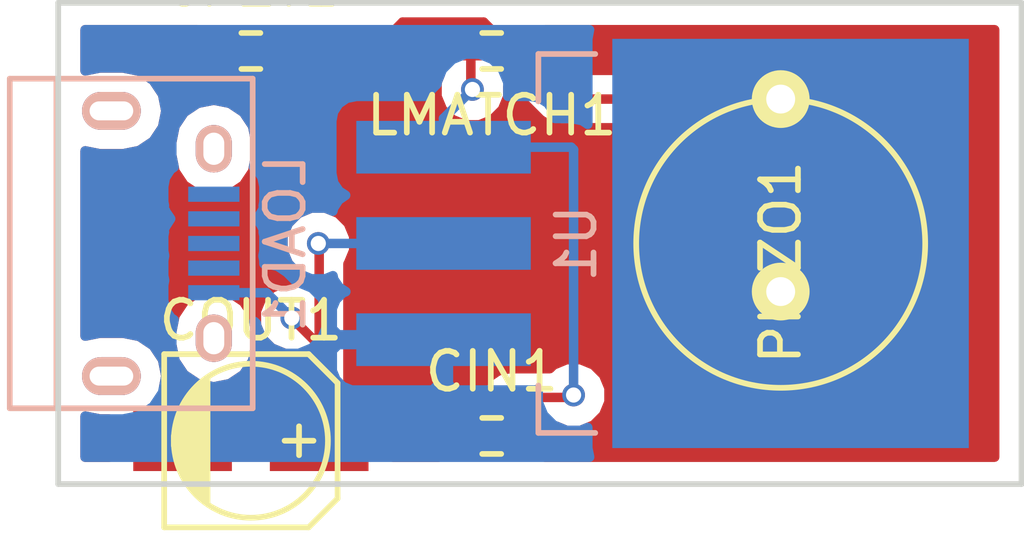
<source format=kicad_pcb>
(kicad_pcb (version 4) (host pcbnew 4.0.2+dfsg1-stable)

  (general
    (links 11)
    (no_connects 2)
    (area 0 0 0 0)
    (thickness 1.6)
    (drawings 4)
    (tracks 27)
    (zones 0)
    (modules 7)
    (nets 8)
  )

  (page A4)
  (layers
    (0 F.Cu signal)
    (31 B.Cu signal)
    (32 B.Adhes user hide)
    (33 F.Adhes user hide)
    (34 B.Paste user hide)
    (35 F.Paste user hide)
    (36 B.SilkS user hide)
    (37 F.SilkS user hide)
    (38 B.Mask user hide)
    (39 F.Mask user hide)
    (40 Dwgs.User user hide)
    (41 Cmts.User user hide)
    (42 Eco1.User user hide)
    (43 Eco2.User user hide)
    (44 Edge.Cuts user)
    (45 Margin user hide)
    (46 B.CrtYd user hide)
    (47 F.CrtYd user hide)
    (48 B.Fab user hide)
    (49 F.Fab user hide)
  )

  (setup
    (last_trace_width 0.25)
    (trace_clearance 0.2)
    (zone_clearance 0.508)
    (zone_45_only no)
    (trace_min 0.2)
    (segment_width 0.2)
    (edge_width 0.15)
    (via_size 0.6)
    (via_drill 0.4)
    (via_min_size 0.4)
    (via_min_drill 0.3)
    (uvia_size 0.3)
    (uvia_drill 0.1)
    (uvias_allowed no)
    (uvia_min_size 0.2)
    (uvia_min_drill 0.1)
    (pcb_text_width 0.3)
    (pcb_text_size 1.5 1.5)
    (mod_edge_width 0.15)
    (mod_text_size 1 1)
    (mod_text_width 0.15)
    (pad_size 1.524 1.524)
    (pad_drill 0.762)
    (pad_to_mask_clearance 0.2)
    (aux_axis_origin 0 0)
    (visible_elements FFFFFF7F)
    (pcbplotparams
      (layerselection 0x00030_80000001)
      (usegerberextensions false)
      (excludeedgelayer true)
      (linewidth 0.100000)
      (plotframeref false)
      (viasonmask false)
      (mode 1)
      (useauxorigin false)
      (hpglpennumber 1)
      (hpglpenspeed 20)
      (hpglpendiameter 15)
      (hpglpenoverlay 2)
      (psnegative false)
      (psa4output false)
      (plotreference true)
      (plotvalue true)
      (plotinvisibletext false)
      (padsonsilk false)
      (subtractmaskfromsilk false)
      (outputformat 1)
      (mirror false)
      (drillshape 1)
      (scaleselection 1)
      (outputdirectory ""))
  )

  (net 0 "")
  (net 1 "Net-(CIN1-Pad1)")
  (net 2 GND)
  (net 3 "Net-(COUT1-Pad1)")
  (net 4 "Net-(CPZT1-Pad2)")
  (net 5 "Net-(LOAD1-Pad2)")
  (net 6 "Net-(LOAD1-Pad3)")
  (net 7 "Net-(LOAD1-Pad5)")

  (net_class Default "This is the default net class."
    (clearance 0.2)
    (trace_width 0.25)
    (via_dia 0.6)
    (via_drill 0.4)
    (uvia_dia 0.3)
    (uvia_drill 0.1)
    (add_net GND)
    (add_net "Net-(CIN1-Pad1)")
    (add_net "Net-(COUT1-Pad1)")
    (add_net "Net-(CPZT1-Pad2)")
    (add_net "Net-(LOAD1-Pad2)")
    (add_net "Net-(LOAD1-Pad3)")
    (add_net "Net-(LOAD1-Pad5)")
  )

  (module Capacitors_SMD:C_0402 (layer F.Cu) (tedit 5415D599) (tstamp 5903A01C)
    (at 162.56 104.8385)
    (descr "Capacitor SMD 0402, reflow soldering, AVX (see smccp.pdf)")
    (tags "capacitor 0402")
    (path /5903754A)
    (attr smd)
    (fp_text reference CIN1 (at 0 -1.7) (layer F.SilkS)
      (effects (font (size 1 1) (thickness 0.15)))
    )
    (fp_text value 10pF (at 0 1.7) (layer F.Fab)
      (effects (font (size 1 1) (thickness 0.15)))
    )
    (fp_line (start -1.15 -0.6) (end 1.15 -0.6) (layer F.CrtYd) (width 0.05))
    (fp_line (start -1.15 0.6) (end 1.15 0.6) (layer F.CrtYd) (width 0.05))
    (fp_line (start -1.15 -0.6) (end -1.15 0.6) (layer F.CrtYd) (width 0.05))
    (fp_line (start 1.15 -0.6) (end 1.15 0.6) (layer F.CrtYd) (width 0.05))
    (fp_line (start 0.25 -0.475) (end -0.25 -0.475) (layer F.SilkS) (width 0.15))
    (fp_line (start -0.25 0.475) (end 0.25 0.475) (layer F.SilkS) (width 0.15))
    (pad 1 smd rect (at -0.55 0) (size 0.6 0.5) (layers F.Cu F.Paste F.Mask)
      (net 1 "Net-(CIN1-Pad1)"))
    (pad 2 smd rect (at 0.55 0) (size 0.6 0.5) (layers F.Cu F.Paste F.Mask)
      (net 2 GND))
    (model Capacitors_SMD.3dshapes/C_0402.wrl
      (at (xyz 0 0 0))
      (scale (xyz 1 1 1))
      (rotate (xyz 0 0 0))
    )
  )

  (module Capacitors_SMD:c_elec_4x4.5 (layer F.Cu) (tedit 55725C01) (tstamp 5903A022)
    (at 156.21 104.9655)
    (descr "SMT capacitor, aluminium electrolytic, 4x4.5")
    (path /59037592)
    (attr smd)
    (fp_text reference COUT1 (at 0 -3.175) (layer F.SilkS)
      (effects (font (size 1 1) (thickness 0.15)))
    )
    (fp_text value 47uF (at 0 3.175) (layer F.Fab)
      (effects (font (size 1 1) (thickness 0.15)))
    )
    (fp_line (start -3.35 2.65) (end 3.35 2.65) (layer F.CrtYd) (width 0.05))
    (fp_line (start 3.35 -2.65) (end -3.35 -2.65) (layer F.CrtYd) (width 0.05))
    (fp_line (start -3.35 -2.65) (end -3.35 2.65) (layer F.CrtYd) (width 0.05))
    (fp_line (start 3.35 2.65) (end 3.35 -2.65) (layer F.CrtYd) (width 0.05))
    (fp_line (start 1.651 0) (end 0.889 0) (layer F.SilkS) (width 0.15))
    (fp_line (start 1.27 -0.381) (end 1.27 0.381) (layer F.SilkS) (width 0.15))
    (fp_line (start 1.524 2.286) (end -2.286 2.286) (layer F.SilkS) (width 0.15))
    (fp_line (start 2.286 -1.524) (end 2.286 1.524) (layer F.SilkS) (width 0.15))
    (fp_line (start 1.524 2.286) (end 2.286 1.524) (layer F.SilkS) (width 0.15))
    (fp_line (start 1.524 -2.286) (end -2.286 -2.286) (layer F.SilkS) (width 0.15))
    (fp_line (start 1.524 -2.286) (end 2.286 -1.524) (layer F.SilkS) (width 0.15))
    (fp_line (start -2.032 0.127) (end -2.032 -0.127) (layer F.SilkS) (width 0.15))
    (fp_line (start -1.905 -0.635) (end -1.905 0.635) (layer F.SilkS) (width 0.15))
    (fp_line (start -1.778 0.889) (end -1.778 -0.889) (layer F.SilkS) (width 0.15))
    (fp_line (start -1.651 1.143) (end -1.651 -1.143) (layer F.SilkS) (width 0.15))
    (fp_line (start -1.524 -1.27) (end -1.524 1.27) (layer F.SilkS) (width 0.15))
    (fp_line (start -1.397 1.397) (end -1.397 -1.397) (layer F.SilkS) (width 0.15))
    (fp_line (start -1.27 -1.524) (end -1.27 1.524) (layer F.SilkS) (width 0.15))
    (fp_line (start -1.143 -1.651) (end -1.143 1.651) (layer F.SilkS) (width 0.15))
    (fp_line (start -2.286 -2.286) (end -2.286 2.286) (layer F.SilkS) (width 0.15))
    (fp_circle (center 0 0) (end -2.032 0) (layer F.SilkS) (width 0.15))
    (pad 1 smd rect (at 1.80086 0) (size 2.60096 1.6002) (layers F.Cu F.Paste F.Mask)
      (net 3 "Net-(COUT1-Pad1)"))
    (pad 2 smd rect (at -1.80086 0) (size 2.60096 1.6002) (layers F.Cu F.Paste F.Mask)
      (net 2 GND))
    (model Capacitors_SMD.3dshapes/c_elec_4x4.5.wrl
      (at (xyz 0 0 0))
      (scale (xyz 1 1 1))
      (rotate (xyz 0 0 0))
    )
  )

  (module Capacitors_SMD:C_0402 (layer F.Cu) (tedit 5415D599) (tstamp 5903A028)
    (at 156.21 94.6785)
    (descr "Capacitor SMD 0402, reflow soldering, AVX (see smccp.pdf)")
    (tags "capacitor 0402")
    (path /5903747C)
    (attr smd)
    (fp_text reference CPZT1 (at 0 -1.7) (layer F.SilkS)
      (effects (font (size 1 1) (thickness 0.15)))
    )
    (fp_text value 10nF (at 0 1.7) (layer F.Fab)
      (effects (font (size 1 1) (thickness 0.15)))
    )
    (fp_line (start -1.15 -0.6) (end 1.15 -0.6) (layer F.CrtYd) (width 0.05))
    (fp_line (start -1.15 0.6) (end 1.15 0.6) (layer F.CrtYd) (width 0.05))
    (fp_line (start -1.15 -0.6) (end -1.15 0.6) (layer F.CrtYd) (width 0.05))
    (fp_line (start 1.15 -0.6) (end 1.15 0.6) (layer F.CrtYd) (width 0.05))
    (fp_line (start 0.25 -0.475) (end -0.25 -0.475) (layer F.SilkS) (width 0.15))
    (fp_line (start -0.25 0.475) (end 0.25 0.475) (layer F.SilkS) (width 0.15))
    (pad 1 smd rect (at -0.55 0) (size 0.6 0.5) (layers F.Cu F.Paste F.Mask)
      (net 2 GND))
    (pad 2 smd rect (at 0.55 0) (size 0.6 0.5) (layers F.Cu F.Paste F.Mask)
      (net 4 "Net-(CPZT1-Pad2)"))
    (model Capacitors_SMD.3dshapes/C_0402.wrl
      (at (xyz 0 0 0))
      (scale (xyz 1 1 1))
      (rotate (xyz 0 0 0))
    )
  )

  (module Capacitors_SMD:C_0402 (layer F.Cu) (tedit 5415D599) (tstamp 5903A02E)
    (at 162.56 94.6785 180)
    (descr "Capacitor SMD 0402, reflow soldering, AVX (see smccp.pdf)")
    (tags "capacitor 0402")
    (path /590374ED)
    (attr smd)
    (fp_text reference LMATCH1 (at 0 -1.7 180) (layer F.SilkS)
      (effects (font (size 1 1) (thickness 0.15)))
    )
    (fp_text value 10nH (at 0 1.7 180) (layer F.Fab)
      (effects (font (size 1 1) (thickness 0.15)))
    )
    (fp_line (start -1.15 -0.6) (end 1.15 -0.6) (layer F.CrtYd) (width 0.05))
    (fp_line (start -1.15 0.6) (end 1.15 0.6) (layer F.CrtYd) (width 0.05))
    (fp_line (start -1.15 -0.6) (end -1.15 0.6) (layer F.CrtYd) (width 0.05))
    (fp_line (start 1.15 -0.6) (end 1.15 0.6) (layer F.CrtYd) (width 0.05))
    (fp_line (start 0.25 -0.475) (end -0.25 -0.475) (layer F.SilkS) (width 0.15))
    (fp_line (start -0.25 0.475) (end 0.25 0.475) (layer F.SilkS) (width 0.15))
    (pad 1 smd rect (at -0.55 0 180) (size 0.6 0.5) (layers F.Cu F.Paste F.Mask)
      (net 4 "Net-(CPZT1-Pad2)"))
    (pad 2 smd rect (at 0.55 0 180) (size 0.6 0.5) (layers F.Cu F.Paste F.Mask)
      (net 1 "Net-(CIN1-Pad1)"))
    (model Capacitors_SMD.3dshapes/C_0402.wrl
      (at (xyz 0 0 0))
      (scale (xyz 1 1 1))
      (rotate (xyz 0 0 0))
    )
  )

  (module Connect:USB_Micro-B (layer B.Cu) (tedit 5543E447) (tstamp 5903A03B)
    (at 153.67 99.7585 90)
    (descr "Micro USB Type B Receptacle")
    (tags "USB USB_B USB_micro USB_OTG")
    (path /590377FF)
    (attr smd)
    (fp_text reference LOAD1 (at 0 3.45 90) (layer B.SilkS)
      (effects (font (size 1 1) (thickness 0.15)) (justify mirror))
    )
    (fp_text value USB_B (at 0 -4.8 90) (layer B.Fab)
      (effects (font (size 1 1) (thickness 0.15)) (justify mirror))
    )
    (fp_line (start -4.6 2.8) (end 4.6 2.8) (layer B.CrtYd) (width 0.05))
    (fp_line (start 4.6 2.8) (end 4.6 -4.05) (layer B.CrtYd) (width 0.05))
    (fp_line (start 4.6 -4.05) (end -4.6 -4.05) (layer B.CrtYd) (width 0.05))
    (fp_line (start -4.6 -4.05) (end -4.6 2.8) (layer B.CrtYd) (width 0.05))
    (fp_line (start -4.3509 -3.81746) (end 4.3491 -3.81746) (layer B.SilkS) (width 0.15))
    (fp_line (start -4.3509 2.58754) (end 4.3491 2.58754) (layer B.SilkS) (width 0.15))
    (fp_line (start 4.3491 2.58754) (end 4.3491 -3.81746) (layer B.SilkS) (width 0.15))
    (fp_line (start 4.3491 -2.58746) (end -4.3509 -2.58746) (layer B.SilkS) (width 0.15))
    (fp_line (start -4.3509 -3.81746) (end -4.3509 2.58754) (layer B.SilkS) (width 0.15))
    (pad 1 smd rect (at -1.3009 1.56254) (size 1.35 0.4) (layers B.Cu B.Paste B.Mask)
      (net 3 "Net-(COUT1-Pad1)"))
    (pad 2 smd rect (at -0.6509 1.56254) (size 1.35 0.4) (layers B.Cu B.Paste B.Mask)
      (net 5 "Net-(LOAD1-Pad2)"))
    (pad 3 smd rect (at -0.0009 1.56254) (size 1.35 0.4) (layers B.Cu B.Paste B.Mask)
      (net 6 "Net-(LOAD1-Pad3)"))
    (pad 4 smd rect (at 0.6491 1.56254) (size 1.35 0.4) (layers B.Cu B.Paste B.Mask)
      (net 2 GND))
    (pad 5 smd rect (at 1.2991 1.56254) (size 1.35 0.4) (layers B.Cu B.Paste B.Mask)
      (net 7 "Net-(LOAD1-Pad5)"))
    (pad 6 thru_hole oval (at -2.5009 1.56254) (size 0.95 1.25) (drill oval 0.55 0.85) (layers *.Cu *.Mask B.SilkS))
    (pad 6 thru_hole oval (at 2.4991 1.56254) (size 0.95 1.25) (drill oval 0.55 0.85) (layers *.Cu *.Mask B.SilkS))
    (pad 6 thru_hole oval (at -3.5009 -1.13746) (size 1.55 1) (drill oval 1.15 0.5) (layers *.Cu *.Mask B.SilkS))
    (pad 6 thru_hole oval (at 3.4991 -1.13746) (size 1.55 1) (drill oval 1.15 0.5) (layers *.Cu *.Mask B.SilkS))
  )

  (module power_harvester:PZT (layer F.Cu) (tedit 590380CD) (tstamp 5903A041)
    (at 170.18 99.7585)
    (path /5903764D)
    (fp_text reference PIEZO1 (at 0 0.5 90) (layer F.SilkS)
      (effects (font (size 1 1) (thickness 0.15)))
    )
    (fp_text value PIEZO (at 0 -0.5) (layer F.Fab)
      (effects (font (size 1 1) (thickness 0.15)))
    )
    (fp_circle (center 0 0) (end 3.81 0) (layer F.SilkS) (width 0.15))
    (pad 1 thru_hole circle (at 0 -3.81) (size 1.524 1.524) (drill 0.762) (layers *.Cu *.Mask F.SilkS)
      (net 4 "Net-(CPZT1-Pad2)"))
    (pad 2 thru_hole circle (at 0 1.27) (size 1.524 1.524) (drill 0.762) (layers *.Cu *.Mask F.SilkS)
      (net 2 GND))
  )

  (module TO_SOT_Packages_SMD:TO-263-3Lead (layer B.Cu) (tedit 55D38F53) (tstamp 5903A049)
    (at 161.29 99.7585)
    (descr "D2PAK / TO-263 3-lead smd package")
    (tags "D2PAK D2PAK-3 TO-263AB TO-263")
    (path /590376A6)
    (attr smd)
    (fp_text reference U1 (at 3.5 0 270) (layer B.SilkS)
      (effects (font (size 1 1) (thickness 0.15)) (justify mirror))
    )
    (fp_text value VREG (at 15.25 0.25 270) (layer B.Fab)
      (effects (font (size 1 1) (thickness 0.15)) (justify mirror))
    )
    (fp_line (start 14.1 -5.65) (end -2.55 -5.65) (layer B.CrtYd) (width 0.05))
    (fp_line (start 14.1 5.65) (end 14.1 -5.65) (layer B.CrtYd) (width 0.05))
    (fp_line (start 14.1 5.65) (end -2.55 5.65) (layer B.CrtYd) (width 0.05))
    (fp_line (start -2.55 5.65) (end -2.55 -5.65) (layer B.CrtYd) (width 0.05))
    (fp_line (start 2.5 -5) (end 2.5 -3.75) (layer B.SilkS) (width 0.15))
    (fp_line (start 2.5 -5) (end 4 -5) (layer B.SilkS) (width 0.15))
    (fp_line (start 2.5 5) (end 4 5) (layer B.SilkS) (width 0.15))
    (fp_line (start 2.5 5) (end 2.5 3.75) (layer B.SilkS) (width 0.15))
    (pad 2 smd rect (at 0 0) (size 4.6 1.39) (layers B.Cu B.Paste B.Mask)
      (net 3 "Net-(COUT1-Pad1)"))
    (pad 4 smd rect (at 9.15 0) (size 9.4 10.8) (layers B.Cu B.Paste B.Mask))
    (pad 3 smd rect (at 0 -2.54) (size 4.6 1.39) (layers B.Cu B.Paste B.Mask)
      (net 1 "Net-(CIN1-Pad1)"))
    (pad 1 smd rect (at 0 2.54) (size 4.6 1.39) (layers B.Cu B.Paste B.Mask)
      (net 2 GND))
    (model TO_SOT_Packages_SMD.3dshapes/TO-263-3Lead.wrl
      (at (xyz 0 0 0))
      (scale (xyz 1 1 1))
      (rotate (xyz 0 0 90))
    )
  )

  (gr_line (start 151.13 106.1085) (end 176.53 106.1085) (angle 90) (layer Edge.Cuts) (width 0.15))
  (gr_line (start 151.13 93.4085) (end 151.13 106.1085) (angle 90) (layer Edge.Cuts) (width 0.15))
  (gr_line (start 176.53 93.4085) (end 151.13 93.4085) (angle 90) (layer Edge.Cuts) (width 0.15))
  (gr_line (start 176.53 106.1085) (end 176.53 93.4085) (angle 90) (layer Edge.Cuts) (width 0.15))

  (segment (start 161.29 97.2185) (end 164.6555 97.2185) (width 0.25) (layer B.Cu) (net 1))
  (segment (start 163.026 103.8225) (end 162.01 104.8385) (width 0.25) (layer F.Cu) (net 1) (tstamp 5903A117))
  (segment (start 164.6555 103.8225) (end 163.026 103.8225) (width 0.25) (layer F.Cu) (net 1) (tstamp 5903A116))
  (segment (start 164.719 103.759) (end 164.6555 103.8225) (width 0.25) (layer F.Cu) (net 1) (tstamp 5903A115))
  (via (at 164.719 103.759) (size 0.6) (drill 0.4) (layers F.Cu B.Cu) (net 1))
  (segment (start 164.719 97.282) (end 164.719 103.759) (width 0.25) (layer B.Cu) (net 1) (tstamp 5903A113))
  (segment (start 164.6555 97.2185) (end 164.719 97.282) (width 0.25) (layer B.Cu) (net 1) (tstamp 5903A112))
  (segment (start 161.29 97.2185) (end 161.29 96.4565) (width 0.25) (layer B.Cu) (net 1))
  (segment (start 162.01 95.6525) (end 162.01 94.6785) (width 0.25) (layer F.Cu) (net 1) (tstamp 5903A10C))
  (segment (start 162.052 95.6945) (end 162.01 95.6525) (width 0.25) (layer F.Cu) (net 1) (tstamp 5903A10B))
  (via (at 162.052 95.6945) (size 0.6) (drill 0.4) (layers F.Cu B.Cu) (net 1))
  (segment (start 161.29 96.4565) (end 162.052 95.6945) (width 0.25) (layer B.Cu) (net 1) (tstamp 5903A109))
  (segment (start 155.23254 101.0594) (end 156.6219 101.0594) (width 0.25) (layer B.Cu) (net 3))
  (segment (start 158.01086 102.44836) (end 158.01086 104.9655) (width 0.25) (layer F.Cu) (net 3) (tstamp 5903A122) (status 20))
  (segment (start 157.2895 101.727) (end 158.01086 102.44836) (width 0.25) (layer F.Cu) (net 3) (tstamp 5903A121))
  (via (at 157.2895 101.727) (size 0.6) (drill 0.4) (layers F.Cu B.Cu) (net 3))
  (segment (start 156.6219 101.0594) (end 157.2895 101.727) (width 0.25) (layer B.Cu) (net 3) (tstamp 5903A11F))
  (segment (start 161.29 99.7585) (end 157.988 99.7585) (width 0.25) (layer B.Cu) (net 3))
  (segment (start 158.01086 99.78136) (end 158.01086 104.9655) (width 0.25) (layer F.Cu) (net 3) (tstamp 5903A105) (status 20))
  (segment (start 157.988 99.7585) (end 158.01086 99.78136) (width 0.25) (layer F.Cu) (net 3) (tstamp 5903A104))
  (via (at 157.988 99.7585) (size 0.6) (drill 0.4) (layers F.Cu B.Cu) (net 3))
  (segment (start 170.18 95.9485) (end 164.38 95.9485) (width 0.25) (layer F.Cu) (net 4))
  (segment (start 164.38 95.9485) (end 163.11 94.6785) (width 0.25) (layer F.Cu) (net 4) (tstamp 5903A12A))
  (segment (start 156.76 94.6785) (end 159.4485 94.6785) (width 0.25) (layer F.Cu) (net 4))
  (segment (start 162.348 93.9165) (end 163.11 94.6785) (width 0.25) (layer F.Cu) (net 4) (tstamp 5903A127))
  (segment (start 160.2105 93.9165) (end 162.348 93.9165) (width 0.25) (layer F.Cu) (net 4) (tstamp 5903A126))
  (segment (start 159.4485 94.6785) (end 160.2105 93.9165) (width 0.25) (layer F.Cu) (net 4) (tstamp 5903A125))

  (zone (net 2) (net_name GND) (layer F.Cu) (tstamp 5903A12E) (hatch edge 0.508)
    (connect_pads (clearance 0.508))
    (min_thickness 0.254)
    (fill yes (arc_segments 16) (thermal_gap 0.508) (thermal_bridge_width 0.508))
    (polygon
      (pts
        (xy 176.2125 105.918) (xy 176.2125 93.7895) (xy 151.3205 93.726) (xy 151.383671 105.918) (xy 176.2125 105.918)
      )
    )
    (filled_polygon
      (pts
        (xy 152.47366 105.25125) (xy 152.63241 105.0925) (xy 154.28214 105.0925) (xy 154.28214 105.1125) (xy 154.53614 105.1125)
        (xy 154.53614 105.0925) (xy 154.55614 105.0925) (xy 154.55614 104.8385) (xy 154.53614 104.8385) (xy 154.53614 103.68915)
        (xy 154.69489 103.5304) (xy 155.163741 103.5304) (xy 154.807761 103.459591) (xy 154.447651 103.218974) (xy 154.207034 102.858864)
        (xy 154.12254 102.434085) (xy 154.12254 102.084715) (xy 154.207034 101.659936) (xy 154.447651 101.299826) (xy 154.807761 101.059209)
        (xy 155.23254 100.974715) (xy 155.657319 101.059209) (xy 156.017429 101.299826) (xy 156.258046 101.659936) (xy 156.34254 102.084715)
        (xy 156.34254 102.434085) (xy 156.258046 102.858864) (xy 156.017429 103.218974) (xy 155.657319 103.459591) (xy 155.301339 103.5304)
        (xy 155.835929 103.5304) (xy 156.069318 103.627073) (xy 156.211018 103.768773) (xy 156.24629 103.713959) (xy 156.45849 103.568969)
        (xy 156.71038 103.51796) (xy 157.25086 103.51796) (xy 157.25086 102.763162) (xy 157.14982 102.662122) (xy 157.104333 102.662162)
        (xy 156.760557 102.520117) (xy 156.497308 102.257327) (xy 156.354662 101.913799) (xy 156.354338 101.541833) (xy 156.496383 101.198057)
        (xy 156.759173 100.934808) (xy 157.102701 100.792162) (xy 157.25086 100.792033) (xy 157.25086 100.343783) (xy 157.195808 100.288827)
        (xy 157.053162 99.945299) (xy 157.052838 99.573333) (xy 157.194883 99.229557) (xy 157.457673 98.966308) (xy 157.801201 98.823662)
        (xy 158.173167 98.823338) (xy 158.516943 98.965383) (xy 158.780192 99.228173) (xy 158.922838 99.571701) (xy 158.923162 99.943667)
        (xy 158.879935 100.048287) (xy 169.379392 100.048287) (xy 169.448857 99.806103) (xy 169.972302 99.619356) (xy 170.527368 99.647138)
        (xy 170.911143 99.806103) (xy 170.980608 100.048287) (xy 170.18 100.848895) (xy 169.379392 100.048287) (xy 158.879935 100.048287)
        (xy 158.781117 100.287443) (xy 158.77086 100.297718) (xy 158.77086 101.236198) (xy 168.770856 101.236198) (xy 168.798638 100.681132)
        (xy 168.957603 100.297357) (xy 169.199787 100.227892) (xy 170.000395 101.0285) (xy 170.359605 101.0285) (xy 171.160213 100.227892)
        (xy 171.402397 100.297357) (xy 171.589144 100.820802) (xy 171.561362 101.375868) (xy 171.402397 101.759643) (xy 171.160213 101.829108)
        (xy 170.359605 101.0285) (xy 170.000395 101.0285) (xy 169.199787 101.829108) (xy 168.957603 101.759643) (xy 168.770856 101.236198)
        (xy 158.77086 101.236198) (xy 158.77086 102.008713) (xy 169.379392 102.008713) (xy 170.18 101.208105) (xy 170.980608 102.008713)
        (xy 170.911143 102.250897) (xy 170.387698 102.437644) (xy 169.832632 102.409862) (xy 169.448857 102.250897) (xy 169.379392 102.008713)
        (xy 158.77086 102.008713) (xy 158.77086 103.51796) (xy 159.31134 103.51796) (xy 159.546657 103.562238) (xy 159.762781 103.70131)
        (xy 159.907771 103.91351) (xy 159.95878 104.1654) (xy 159.95878 105.3985) (xy 161.153274 105.3985) (xy 161.113569 105.34039)
        (xy 161.06256 105.0885) (xy 161.06256 104.5885) (xy 161.106838 104.353183) (xy 161.24591 104.137059) (xy 161.45811 103.992069)
        (xy 161.71 103.94106) (xy 161.832638 103.94106) (xy 162.488599 103.285099) (xy 162.735161 103.120352) (xy 163.026 103.0625)
        (xy 164.093148 103.0625) (xy 164.188673 102.966808) (xy 164.532201 102.824162) (xy 164.904167 102.823838) (xy 165.247943 102.965883)
        (xy 165.511192 103.228673) (xy 165.653838 103.572201) (xy 165.654162 103.944167) (xy 165.512117 104.287943) (xy 165.249327 104.551192)
        (xy 164.905799 104.693838) (xy 164.533833 104.694162) (xy 164.26359 104.5825) (xy 164.01725 104.5825) (xy 163.88625 104.7135)
        (xy 163.237 104.7135) (xy 163.237 104.6915) (xy 163.231802 104.6915) (xy 162.963 104.960302) (xy 162.963 104.9635)
        (xy 162.983 104.9635) (xy 162.983 104.9855) (xy 163.237 104.9855) (xy 163.237 104.9635) (xy 163.88625 104.9635)
        (xy 164.045 105.12225) (xy 164.045 105.21481) (xy 163.968913 105.3985) (xy 175.82 105.3985) (xy 175.82 94.1185)
        (xy 163.966726 94.1185) (xy 164.006431 94.17661) (xy 164.05744 94.4285) (xy 164.05744 94.551138) (xy 164.694802 95.1885)
        (xy 168.982469 95.1885) (xy 168.99499 95.158197) (xy 169.38763 94.764871) (xy 169.9009 94.551743) (xy 170.456661 94.551258)
        (xy 170.970303 94.76349) (xy 171.363629 95.15613) (xy 171.576757 95.6694) (xy 171.577242 96.225161) (xy 171.36501 96.738803)
        (xy 170.97237 97.132129) (xy 170.4591 97.345257) (xy 169.903339 97.345742) (xy 169.389697 97.13351) (xy 168.996371 96.74087)
        (xy 168.98293 96.7085) (xy 164.38 96.7085) (xy 164.08916 96.650648) (xy 163.842599 96.485901) (xy 162.986945 95.630247)
        (xy 162.987162 95.879667) (xy 162.845117 96.223443) (xy 162.582327 96.486692) (xy 162.238799 96.629338) (xy 161.866833 96.629662)
        (xy 161.523057 96.487617) (xy 161.259808 96.224827) (xy 161.117162 95.881299) (xy 161.116838 95.509333) (xy 161.200304 95.30733)
        (xy 161.113569 95.18039) (xy 161.06256 94.9285) (xy 161.06256 94.6765) (xy 160.525302 94.6765) (xy 159.985901 95.215901)
        (xy 159.739339 95.380648) (xy 159.4485 95.4385) (xy 157.438386 95.4385) (xy 157.31189 95.524931) (xy 157.06 95.57594)
        (xy 156.46 95.57594) (xy 156.224683 95.531662) (xy 156.200594 95.516161) (xy 156.086309 95.5635) (xy 155.94575 95.5635)
        (xy 155.787 95.40475) (xy 155.787 94.8035) (xy 155.807 94.8035) (xy 155.807 94.5535) (xy 155.787 94.5535)
        (xy 155.787 94.5315) (xy 155.533 94.5315) (xy 155.533 94.5535) (xy 154.88375 94.5535) (xy 154.725 94.39475)
        (xy 154.725 94.30219) (xy 154.801087 94.1185) (xy 151.84 94.1185) (xy 151.84 95.05481) (xy 154.725 95.05481)
        (xy 154.725 94.96225) (xy 154.88375 94.8035) (xy 155.533 94.8035) (xy 155.533 95.40475) (xy 155.37425 95.5635)
        (xy 155.233691 95.5635) (xy 155.000302 95.466827) (xy 154.821673 95.288199) (xy 154.725 95.05481) (xy 151.84 95.05481)
        (xy 151.84 95.201959) (xy 152.229916 95.1244) (xy 152.835164 95.1244) (xy 153.26951 95.210797) (xy 153.63773 95.456834)
        (xy 153.883767 95.825054) (xy 153.970164 96.2594) (xy 153.883767 96.693746) (xy 153.63773 97.061966) (xy 153.26951 97.308003)
        (xy 152.835164 97.3944) (xy 152.229916 97.3944) (xy 151.84 97.316841) (xy 151.84 97.434085) (xy 154.12254 97.434085)
        (xy 154.12254 97.084715) (xy 154.207034 96.659936) (xy 154.447651 96.299826) (xy 154.807761 96.059209) (xy 155.23254 95.974715)
        (xy 155.657319 96.059209) (xy 156.017429 96.299826) (xy 156.258046 96.659936) (xy 156.34254 97.084715) (xy 156.34254 97.434085)
        (xy 156.258046 97.858864) (xy 156.017429 98.218974) (xy 155.657319 98.459591) (xy 155.23254 98.544085) (xy 154.807761 98.459591)
        (xy 154.447651 98.218974) (xy 154.207034 97.858864) (xy 154.12254 97.434085) (xy 151.84 97.434085) (xy 151.84 102.201959)
        (xy 152.229916 102.1244) (xy 152.835164 102.1244) (xy 153.26951 102.210797) (xy 153.63773 102.456834) (xy 153.883767 102.825054)
        (xy 153.970164 103.2594) (xy 153.916259 103.5304) (xy 154.12339 103.5304) (xy 154.28214 103.68915) (xy 154.28214 104.8385)
        (xy 152.63241 104.8385) (xy 152.47366 104.67975) (xy 152.47366 104.3944) (xy 152.229916 104.3944) (xy 151.84 104.316841)
        (xy 151.84 105.3985) (xy 152.47366 105.3985)
      )
    )
  )
  (zone (net 2) (net_name GND) (layer F.Cu) (tstamp 5903A12F) (hatch edge 0.508)
    (connect_pads (clearance 0.508))
    (min_thickness 0.254)
    (fill yes (arc_segments 16) (thermal_gap 0.508) (thermal_bridge_width 0.508))
    (polygon
      (pts
        (xy 151.3205 105.918) (xy 151.384 105.9815) (xy 151.383671 105.918) (xy 151.3205 105.918)
      )
    )
  )
  (zone (net 2) (net_name GND) (layer B.Cu) (tstamp 5903A130) (hatch edge 0.508)
    (connect_pads (clearance 0.508))
    (min_thickness 0.254)
    (fill yes (arc_segments 16) (thermal_gap 0.508) (thermal_bridge_width 0.508))
    (polygon
      (pts
        (xy 151.384 105.918) (xy 176.2125 105.918) (xy 176.2125 93.7895) (xy 151.3205 93.726) (xy 151.384 105.918)
      )
    )
    (filled_polygon
      (pts
        (xy 165.09256 105.1585) (xy 165.09256 104.616288) (xy 164.905799 104.693838) (xy 164.533833 104.694162) (xy 164.190057 104.552117)
        (xy 163.926808 104.289327) (xy 163.784162 103.945799) (xy 163.783861 103.600519) (xy 163.716309 103.6285) (xy 161.57575 103.6285)
        (xy 161.417 103.46975) (xy 161.417 102.4255) (xy 161.437 102.4255) (xy 161.437 102.1715) (xy 161.417 102.1715)
        (xy 161.417 102.1515) (xy 161.163 102.1515) (xy 161.163 102.1715) (xy 158.51375 102.1715) (xy 158.355 102.01275)
        (xy 158.355 101.47719) (xy 158.451673 101.243801) (xy 158.630302 101.065173) (xy 158.71402 101.030496) (xy 158.538559 100.91759)
        (xy 158.393569 100.70539) (xy 158.374349 100.610477) (xy 158.174799 100.693338) (xy 157.802833 100.693662) (xy 157.459057 100.551617)
        (xy 157.195808 100.288827) (xy 157.053162 99.945299) (xy 157.052838 99.573333) (xy 157.194883 99.229557) (xy 157.457673 98.966308)
        (xy 157.801201 98.823662) (xy 158.173167 98.823338) (xy 158.37227 98.905605) (xy 158.386838 98.828183) (xy 158.52591 98.612059)
        (xy 158.708769 98.487117) (xy 158.538559 98.37759) (xy 158.393569 98.16539) (xy 158.34256 97.9135) (xy 158.34256 96.5235)
        (xy 158.386838 96.288183) (xy 158.52591 96.072059) (xy 158.73811 95.927069) (xy 158.99 95.87606) (xy 160.795638 95.87606)
        (xy 161.116878 95.55482) (xy 161.116838 95.509333) (xy 161.258883 95.165557) (xy 161.521673 94.902308) (xy 161.865201 94.759662)
        (xy 162.237167 94.759338) (xy 162.580943 94.901383) (xy 162.844192 95.164173) (xy 162.986838 95.507701) (xy 162.987159 95.87606)
        (xy 163.59 95.87606) (xy 163.825317 95.920338) (xy 164.041441 96.05941) (xy 164.186431 96.27161) (xy 164.224277 96.4585)
        (xy 164.6555 96.4585) (xy 164.946339 96.516352) (xy 165.09256 96.614053) (xy 165.09256 94.3585) (xy 165.136838 94.123183)
        (xy 165.139851 94.1185) (xy 151.84 94.1185) (xy 151.84 95.201959) (xy 152.229916 95.1244) (xy 152.835164 95.1244)
        (xy 153.26951 95.210797) (xy 153.63773 95.456834) (xy 153.883767 95.825054) (xy 153.970164 96.2594) (xy 153.883767 96.693746)
        (xy 153.63773 97.061966) (xy 153.26951 97.308003) (xy 152.835164 97.3944) (xy 152.229916 97.3944) (xy 151.84 97.316841)
        (xy 151.84 101.2594) (xy 153.9101 101.2594) (xy 153.9101 100.8594) (xy 153.934484 100.729811) (xy 153.9101 100.6094)
        (xy 153.9101 100.2094) (xy 153.934484 100.079811) (xy 153.9101 99.9594) (xy 153.9101 99.5594) (xy 153.92999 99.453695)
        (xy 153.92254 99.43571) (xy 153.92254 99.36815) (xy 153.951544 99.339146) (xy 153.954378 99.324083) (xy 154.09345 99.107959)
        (xy 154.094839 99.10701) (xy 153.961109 98.91129) (xy 153.955505 98.883615) (xy 153.92254 98.85065) (xy 153.92254 98.78309)
        (xy 153.931008 98.762647) (xy 153.9101 98.6594) (xy 153.9101 98.2594) (xy 153.954378 98.024083) (xy 154.09345 97.807959)
        (xy 154.18453 97.745727) (xy 154.12254 97.434085) (xy 154.12254 97.084715) (xy 154.207034 96.659936) (xy 154.447651 96.299826)
        (xy 154.807761 96.059209) (xy 155.23254 95.974715) (xy 155.657319 96.059209) (xy 156.017429 96.299826) (xy 156.258046 96.659936)
        (xy 156.34254 97.084715) (xy 156.34254 97.434085) (xy 156.280707 97.744942) (xy 156.358981 97.79531) (xy 156.503971 98.00751)
        (xy 156.55498 98.2594) (xy 156.55498 98.6594) (xy 156.53509 98.765105) (xy 156.54254 98.78309) (xy 156.54254 98.85065)
        (xy 156.513536 98.879654) (xy 156.510702 98.894717) (xy 156.37163 99.110841) (xy 156.370241 99.11179) (xy 156.503971 99.30751)
        (xy 156.509575 99.335185) (xy 156.54254 99.36815) (xy 156.54254 99.43571) (xy 156.534072 99.456153) (xy 156.55498 99.5594)
        (xy 156.55498 99.9594) (xy 156.530596 100.088989) (xy 156.55498 100.2094) (xy 156.55498 100.2994) (xy 156.6219 100.2994)
        (xy 156.912739 100.357252) (xy 157.159301 100.521999) (xy 157.42918 100.791878) (xy 157.474667 100.791838) (xy 157.818443 100.933883)
        (xy 158.081692 101.196673) (xy 158.224338 101.540201) (xy 158.224662 101.912167) (xy 158.082617 102.255943) (xy 157.819827 102.519192)
        (xy 157.476299 102.661838) (xy 157.104333 102.662162) (xy 156.760557 102.520117) (xy 156.497308 102.257327) (xy 156.354662 101.913799)
        (xy 156.354621 101.866923) (xy 156.307098 101.8194) (xy 156.289765 101.8194) (xy 156.34254 102.084715) (xy 156.34254 102.434085)
        (xy 156.258046 102.858864) (xy 156.083689 103.11981) (xy 158.355 103.11981) (xy 158.355 102.58425) (xy 158.51375 102.4255)
        (xy 161.163 102.4255) (xy 161.163 103.46975) (xy 161.00425 103.6285) (xy 158.863691 103.6285) (xy 158.630302 103.531827)
        (xy 158.451673 103.353199) (xy 158.355 103.11981) (xy 156.083689 103.11981) (xy 156.017429 103.218974) (xy 155.657319 103.459591)
        (xy 155.23254 103.544085) (xy 154.807761 103.459591) (xy 154.447651 103.218974) (xy 154.207034 102.858864) (xy 154.12254 102.434085)
        (xy 154.12254 102.084715) (xy 154.184373 101.773858) (xy 154.106099 101.72349) (xy 153.961109 101.51129) (xy 153.9101 101.2594)
        (xy 151.84 101.2594) (xy 151.84 102.201959) (xy 152.229916 102.1244) (xy 152.835164 102.1244) (xy 153.26951 102.210797)
        (xy 153.63773 102.456834) (xy 153.883767 102.825054) (xy 153.970164 103.2594) (xy 153.883767 103.693746) (xy 153.63773 104.061966)
        (xy 153.26951 104.308003) (xy 152.835164 104.3944) (xy 152.229916 104.3944) (xy 151.84 104.316841) (xy 151.84 105.3985)
        (xy 165.141161 105.3985)
      )
    )
  )
)

</source>
